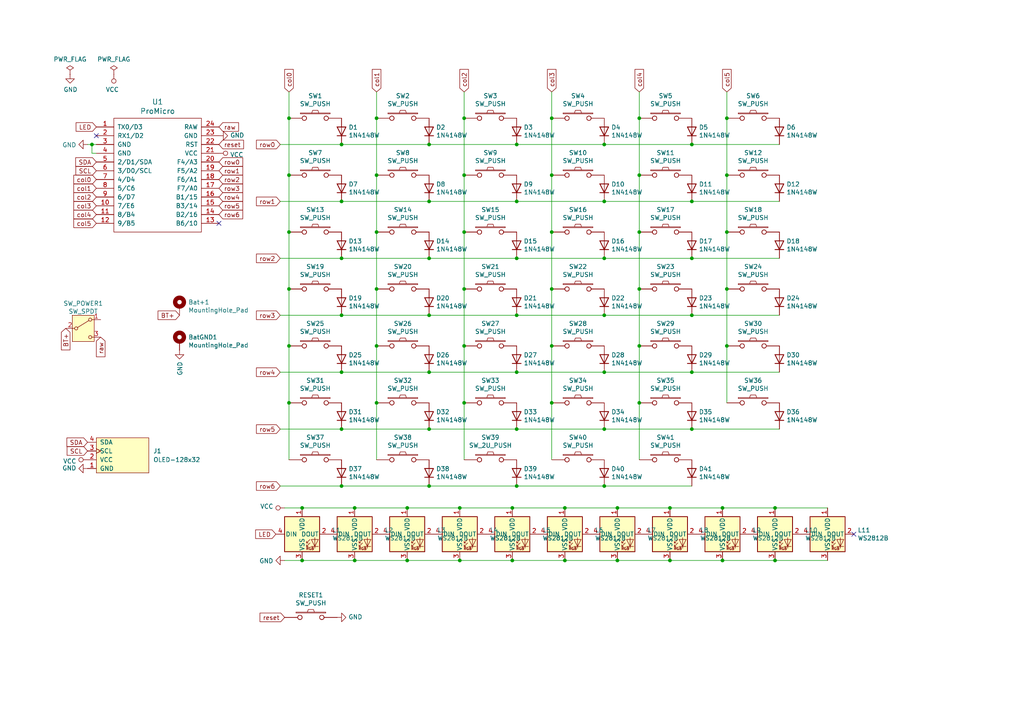
<source format=kicad_sch>
(kicad_sch (version 20231120) (generator "eeschema") (generator_version "8.0")
  (paper "A4")
  (title_block (title "REVIUNG41") (date "2019-12-18") (rev "1.3"))
  (lib_symbols
    (symbol "Diode:1N4148W" (pin_numbers hide) (pin_names hide)
      (property "Reference" "D" (at 0 2.54 0))
      (property "Value" "1N4148W" (at 0 -2.54 0))
      (symbol "1N4148W_1_1"
        (pin passive line (at -3.81 0 0) (length 2.54) (name "K") (number "1"))
        (pin passive line (at 3.81 0 180) (length 2.54) (name "A") (number "2"))
      )
    )
    (symbol "LED:WS2812B" (pin_names (offset 0.254))
      (property "Reference" "D" (at 5.08 5.715 0))
      (property "Value" "WS2812B" (at 1.27 -5.715 0))
      (symbol "WS2812B_0_0"
        (text "RGB" (at 2.286 -4.191 0) (effects (font (size 0.762 0.762))))
      )
      (symbol "WS2812B_1_1"
        (pin power_in line (at 0 7.62 270) (length 2.54) (name "VDD") (number "1"))
        (pin output line (at 7.62 0 180) (length 2.54) (name "DOUT") (number "2"))
        (pin power_in line (at 0 -7.62 90) (length 2.54) (name "VSS") (number "3"))
        (pin input line (at -7.62 0 0) (length 2.54) (name "DIN") (number "4"))
      )
    )
    (symbol "Mechanical:MountingHole_Pad" (pin_numbers hide) (pin_names (offset 1.016) hide) (exclude_from_sim yes) (in_bom no)
      (property "Reference" "H" (at 0 6.35 0))
      (property "Value" "MountingHole_Pad" (at 0 4.445 0))
      (symbol "MountingHole_Pad_1_1"
        (pin input line (at 0 -2.54 90) (length 2.54) (name "1") (number "1"))
      )
    )
    (symbol "Switch:SW_SPDT" (pin_names (offset 0) hide)
      (property "Reference" "SW" (at 0 5.08 0))
      (property "Value" "SW_SPDT" (at 0 -5.08 0))
      (symbol "SW_SPDT_1_1"
        (pin passive line (at 5.08 2.54 180) (length 2.54) (name "A") (number "1"))
        (pin passive line (at -5.08 0 0) (length 2.54) (name "B") (number "2"))
        (pin passive line (at 5.08 -2.54 180) (length 2.54) (name "C") (number "3"))
      )
    )
    (symbol "display:OLED-128x32" (pin_names (offset 1.016))
      (property "Reference" "J" (at 0 -6.35 0))
      (property "Value" "OLED-128x32" (at 0 6.35 0))
      (symbol "OLED-128x32_1_1"
        (pin power_in line (at -2.54 -3.81 0) (length 2.54) (name "GND") (number "1"))
        (pin power_in line (at -2.54 -1.27 0) (length 2.54) (name "VCC") (number "2"))
        (pin input clock (at -2.54 1.27 0) (length 2.54) (name "SCL") (number "3"))
        (pin bidirectional line (at -2.54 3.81 0) (length 2.54) (name "SDA") (number "4"))
      )
    )
    (symbol "reviung41-rescue:GND-power" (power) (pin_names (offset 0))
      (property "Value" "power_GND" (at 0 -3.81 0))
      (symbol "GND-power_1_1"
        (pin power_in line (at 0 0 270) (length 0) hide (name "GND") (number "1"))
      )
    )
    (symbol "reviung41-rescue:PWR_FLAG-power" (power) (pin_numbers hide) (pin_names (offset 0) hide)
      (property "Value" "power_PWR_FLAG" (at 0 3.81 0))
      (symbol "PWR_FLAG-power_0_0"
        (pin power_out line (at 0 0 90) (length 0) (name "pwr") (number "1"))
      )
    )
    (symbol "reviung41-rescue:ProMicro-_reviung-kbd" (pin_names (offset 1.016))
      (property "Reference" "U" (at 0 24.13 0))
      (property "Value" "_reviung-kbd_ProMicro" (at 0 -13.97 0))
      (symbol "ProMicro-_reviung-kbd_1_1"
        (pin bidirectional line (at -17.78 19.05 0) (length 5.08) (name "TX0/D3") (number "1"))
        (pin bidirectional line (at -17.78 -3.81 0) (length 5.08) (name "7/E6") (number "10"))
        (pin bidirectional line (at -17.78 -6.35 0) (length 5.08) (name "8/B4") (number "11"))
        (pin bidirectional line (at -17.78 -8.89 0) (length 5.08) (name "9/B5") (number "12"))
        (pin bidirectional line (at 17.78 -8.89 180) (length 5.08) (name "B6/10") (number "13"))
        (pin bidirectional line (at 17.78 -6.35 180) (length 5.08) (name "B2/16") (number "14"))
        (pin bidirectional line (at 17.78 -3.81 180) (length 5.08) (name "B3/14") (number "15"))
        (pin bidirectional line (at 17.78 -1.27 180) (length 5.08) (name "B1/15") (number "16"))
        (pin bidirectional line (at 17.78 1.27 180) (length 5.08) (name "F7/A0") (number "17"))
        (pin bidirectional line (at 17.78 3.81 180) (length 5.08) (name "F6/A1") (number "18"))
        (pin bidirectional line (at 17.78 6.35 180) (length 5.08) (name "F5/A2") (number "19"))
        (pin bidirectional line (at -17.78 16.51 0) (length 5.08) (name "RX1/D2") (number "2"))
        (pin bidirectional line (at 17.78 8.89 180) (length 5.08) (name "F4/A3") (number "20"))
        (pin power_in line (at 17.78 11.43 180) (length 5.08) (name "VCC") (number "21"))
        (pin input line (at 17.78 13.97 180) (length 5.08) (name "RST") (number "22"))
        (pin power_in line (at 17.78 16.51 180) (length 5.08) (name "GND") (number "23"))
        (pin power_out line (at 17.78 19.05 180) (length 5.08) (name "RAW") (number "24"))
        (pin power_in line (at -17.78 13.97 0) (length 5.08) (name "GND") (number "3"))
        (pin power_in line (at -17.78 11.43 0) (length 5.08) (name "GND") (number "4"))
        (pin bidirectional line (at -17.78 8.89 0) (length 5.08) (name "2/D1/SDA") (number "5"))
        (pin bidirectional line (at -17.78 6.35 0) (length 5.08) (name "3/D0/SCL") (number "6"))
        (pin bidirectional line (at -17.78 3.81 0) (length 5.08) (name "4/D4") (number "7"))
        (pin bidirectional line (at -17.78 1.27 0) (length 5.08) (name "5/C6") (number "8"))
        (pin bidirectional line (at -17.78 -1.27 0) (length 5.08) (name "6/D7") (number "9"))
      )
    )
    (symbol "reviung41-rescue:SW_PUSH-_reviung-kbd" (pin_numbers hide) (pin_names (offset 1.016) hide)
      (property "Reference" "SW" (at 3.81 2.794 0))
      (property "Value" "_reviung-kbd_SW_PUSH" (at 0 -2.032 0))
      (symbol "SW_PUSH-_reviung-kbd_0_1"
        (pin passive inverted (at -7.62 0 0) (length 5.08) (name "1") (number "1"))
        (pin passive inverted (at 7.62 0 180) (length 5.08) (name "2") (number "2"))
      )
    )
    (symbol "reviung41-rescue:VCC-power" (power) (pin_names (offset 0))
      (property "Value" "power_VCC" (at 0 3.81 0))
      (symbol "VCC-power_1_1"
        (pin power_in line (at 0 0 90) (length 0) hide (name "VCC") (number "1"))
      )
    )
  )
  (junction (at 83.82 100.33))
  (junction (at 109.22 116.84))
  (junction (at 83.82 116.84))
  (junction (at 179.07 162.56))
  (junction (at 148.59 147.32))
  (junction (at 160.02 100.33))
  (junction (at 160.02 34.29))
  (junction (at 149.86 58.42))
  (junction (at 175.26 41.91))
  (junction (at 175.26 124.46))
  (junction (at 134.62 100.33))
  (junction (at 210.82 50.8))
  (junction (at 224.79 147.32))
  (junction (at 209.55 162.56))
  (junction (at 109.22 34.29))
  (junction (at 134.62 83.82))
  (junction (at 124.46 91.44))
  (junction (at 124.46 140.97))
  (junction (at 124.46 41.91))
  (junction (at 124.46 58.42))
  (junction (at 134.62 67.31))
  (junction (at 160.02 67.31))
  (junction (at 200.66 91.44))
  (junction (at 194.31 162.56))
  (junction (at 149.86 91.44))
  (junction (at 175.26 91.44))
  (junction (at 99.06 41.91))
  (junction (at 99.06 140.97))
  (junction (at 99.06 74.93))
  (junction (at 185.42 100.33))
  (junction (at 149.86 41.91))
  (junction (at 99.06 124.46))
  (junction (at 175.26 107.95))
  (junction (at 210.82 34.29))
  (junction (at 133.35 162.56))
  (junction (at 179.07 147.32))
  (junction (at 133.35 147.32))
  (junction (at 224.79 162.56))
  (junction (at 160.02 50.8))
  (junction (at 99.06 58.42))
  (junction (at 210.82 100.33))
  (junction (at 185.42 67.31))
  (junction (at 185.42 83.82))
  (junction (at 102.87 162.56))
  (junction (at 134.62 116.84))
  (junction (at 26.67 41.91))
  (junction (at 134.62 50.8))
  (junction (at 149.86 74.93))
  (junction (at 210.82 67.31))
  (junction (at 200.66 107.95))
  (junction (at 118.11 162.56))
  (junction (at 87.63 162.56))
  (junction (at 175.26 74.93))
  (junction (at 163.83 147.32))
  (junction (at 185.42 116.84))
  (junction (at 134.62 34.29))
  (junction (at 124.46 124.46))
  (junction (at 109.22 67.31))
  (junction (at 109.22 83.82))
  (junction (at 148.59 162.56))
  (junction (at 83.82 34.29))
  (junction (at 124.46 74.93))
  (junction (at 209.55 147.32))
  (junction (at 83.82 50.8))
  (junction (at 163.83 162.56))
  (junction (at 160.02 83.82))
  (junction (at 149.86 107.95))
  (junction (at 200.66 58.42))
  (junction (at 99.06 91.44))
  (junction (at 99.06 107.95))
  (junction (at 83.82 67.31))
  (junction (at 87.63 147.32))
  (junction (at 185.42 34.29))
  (junction (at 149.86 124.46))
  (junction (at 124.46 107.95))
  (junction (at 160.02 116.84))
  (junction (at 210.82 83.82))
  (junction (at 200.66 124.46))
  (junction (at 175.26 58.42))
  (junction (at 149.86 140.97))
  (junction (at 175.26 140.97))
  (junction (at 194.31 147.32))
  (junction (at 185.42 50.8))
  (junction (at 200.66 41.91))
  (junction (at 109.22 100.33))
  (junction (at 200.66 74.93))
  (junction (at 102.87 147.32))
  (junction (at 118.11 147.32))
  (junction (at 83.82 83.82))
  (junction (at 109.22 50.8))
  (no_connect (at 27.94 39.37))
  (no_connect (at 247.65 154.94))
  (no_connect (at 63.5 64.77))
  (wire (pts (xy 81.28 140.97) (xy 99.06 140.97)))
  (wire (pts (xy 224.79 162.56) (xy 240.03 162.56)))
  (wire (pts (xy 179.07 147.32) (xy 194.31 147.32)))
  (wire (pts (xy 149.86 74.93) (xy 175.26 74.93)))
  (wire (pts (xy 194.31 162.56) (xy 209.55 162.56)))
  (wire (pts (xy 200.66 41.91) (xy 226.06 41.91)))
  (wire (pts (xy 82.55 147.32) (xy 87.63 147.32)))
  (wire (pts (xy 134.62 50.8) (xy 134.62 67.31)))
  (wire (pts (xy 83.82 116.84) (xy 83.82 133.35)))
  (wire (pts (xy 27.94 41.91) (xy 26.67 41.91)))
  (wire (pts (xy 160.02 26.67) (xy 160.02 34.29)))
  (wire (pts (xy 210.82 50.8) (xy 210.82 67.31)))
  (wire (pts (xy 26.67 44.45) (xy 26.67 41.91)))
  (wire (pts (xy 81.28 41.91) (xy 99.06 41.91)))
  (wire (pts (xy 134.62 67.31) (xy 134.62 83.82)))
  (wire (pts (xy 179.07 162.56) (xy 194.31 162.56)))
  (wire (pts (xy 163.83 147.32) (xy 179.07 147.32)))
  (wire (pts (xy 134.62 100.33) (xy 134.62 116.84)))
  (wire (pts (xy 149.86 124.46) (xy 175.26 124.46)))
  (wire (pts (xy 210.82 26.67) (xy 210.82 34.29)))
  (wire (pts (xy 81.28 91.44) (xy 99.06 91.44)))
  (wire (pts (xy 99.06 124.46) (xy 124.46 124.46)))
  (wire (pts (xy 82.55 162.56) (xy 87.63 162.56)))
  (wire (pts (xy 200.66 74.93) (xy 226.06 74.93)))
  (wire (pts (xy 160.02 50.8) (xy 160.02 67.31)))
  (wire (pts (xy 102.87 147.32) (xy 118.11 147.32)))
  (wire (pts (xy 99.06 107.95) (xy 124.46 107.95)))
  (wire (pts (xy 109.22 50.8) (xy 109.22 67.31)))
  (wire (pts (xy 109.22 34.29) (xy 109.22 50.8)))
  (wire (pts (xy 209.55 147.32) (xy 224.79 147.32)))
  (wire (pts (xy 99.06 58.42) (xy 124.46 58.42)))
  (wire (pts (xy 160.02 116.84) (xy 160.02 133.35)))
  (wire (pts (xy 81.28 58.42) (xy 99.06 58.42)))
  (wire (pts (xy 83.82 67.31) (xy 83.82 83.82)))
  (wire (pts (xy 175.26 124.46) (xy 200.66 124.46)))
  (wire (pts (xy 118.11 162.56) (xy 133.35 162.56)))
  (wire (pts (xy 134.62 83.82) (xy 134.62 100.33)))
  (wire (pts (xy 109.22 83.82) (xy 109.22 100.33)))
  (wire (pts (xy 175.26 140.97) (xy 200.66 140.97)))
  (wire (pts (xy 99.06 74.93) (xy 124.46 74.93)))
  (wire (pts (xy 160.02 67.31) (xy 160.02 83.82)))
  (wire (pts (xy 124.46 58.42) (xy 149.86 58.42)))
  (wire (pts (xy 124.46 74.93) (xy 149.86 74.93)))
  (wire (pts (xy 175.26 74.93) (xy 200.66 74.93)))
  (wire (pts (xy 134.62 116.84) (xy 134.62 133.35)))
  (wire (pts (xy 109.22 100.33) (xy 109.22 116.84)))
  (wire (pts (xy 185.42 26.67) (xy 185.42 34.29)))
  (wire (pts (xy 83.82 26.67) (xy 83.82 34.29)))
  (wire (pts (xy 175.26 41.91) (xy 200.66 41.91)))
  (wire (pts (xy 83.82 100.33) (xy 83.82 116.84)))
  (wire (pts (xy 109.22 116.84) (xy 109.22 133.35)))
  (wire (pts (xy 99.06 41.91) (xy 124.46 41.91)))
  (wire (pts (xy 210.82 67.31) (xy 210.82 83.82)))
  (wire (pts (xy 81.28 74.93) (xy 99.06 74.93)))
  (wire (pts (xy 224.79 147.32) (xy 240.03 147.32)))
  (wire (pts (xy 185.42 34.29) (xy 185.42 50.8)))
  (wire (pts (xy 124.46 91.44) (xy 149.86 91.44)))
  (wire (pts (xy 134.62 34.29) (xy 134.62 50.8)))
  (wire (pts (xy 200.66 107.95) (xy 226.06 107.95)))
  (wire (pts (xy 148.59 162.56) (xy 163.83 162.56)))
  (wire (pts (xy 200.66 124.46) (xy 226.06 124.46)))
  (wire (pts (xy 160.02 34.29) (xy 160.02 50.8)))
  (wire (pts (xy 175.26 58.42) (xy 200.66 58.42)))
  (wire (pts (xy 209.55 162.56) (xy 224.79 162.56)))
  (wire (pts (xy 109.22 26.67) (xy 109.22 34.29)))
  (wire (pts (xy 194.31 147.32) (xy 209.55 147.32)))
  (wire (pts (xy 210.82 34.29) (xy 210.82 50.8)))
  (wire (pts (xy 27.94 44.45) (xy 26.67 44.45)))
  (wire (pts (xy 83.82 83.82) (xy 83.82 100.33)))
  (wire (pts (xy 149.86 140.97) (xy 175.26 140.97)))
  (wire (pts (xy 200.66 91.44) (xy 226.06 91.44)))
  (wire (pts (xy 160.02 83.82) (xy 160.02 100.33)))
  (wire (pts (xy 175.26 107.95) (xy 200.66 107.95)))
  (wire (pts (xy 133.35 162.56) (xy 148.59 162.56)))
  (wire (pts (xy 26.67 41.91) (xy 25.4 41.91)))
  (wire (pts (xy 185.42 100.33) (xy 185.42 116.84)))
  (wire (pts (xy 83.82 34.29) (xy 83.82 50.8)))
  (wire (pts (xy 102.87 162.56) (xy 87.63 162.56)))
  (wire (pts (xy 109.22 67.31) (xy 109.22 83.82)))
  (wire (pts (xy 124.46 124.46) (xy 149.86 124.46)))
  (wire (pts (xy 99.06 91.44) (xy 124.46 91.44)))
  (wire (pts (xy 134.62 26.67) (xy 134.62 34.29)))
  (wire (pts (xy 163.83 162.56) (xy 179.07 162.56)))
  (wire (pts (xy 185.42 50.8) (xy 185.42 67.31)))
  (wire (pts (xy 81.28 107.95) (xy 99.06 107.95)))
  (wire (pts (xy 185.42 83.82) (xy 185.42 100.33)))
  (wire (pts (xy 149.86 58.42) (xy 175.26 58.42)))
  (wire (pts (xy 149.86 41.91) (xy 175.26 41.91)))
  (wire (pts (xy 133.35 147.32) (xy 148.59 147.32)))
  (wire (pts (xy 149.86 91.44) (xy 175.26 91.44)))
  (wire (pts (xy 185.42 67.31) (xy 185.42 83.82)))
  (wire (pts (xy 81.28 124.46) (xy 99.06 124.46)))
  (wire (pts (xy 102.87 162.56) (xy 118.11 162.56)))
  (wire (pts (xy 175.26 91.44) (xy 200.66 91.44)))
  (wire (pts (xy 118.11 147.32) (xy 133.35 147.32)))
  (wire (pts (xy 124.46 41.91) (xy 149.86 41.91)))
  (wire (pts (xy 124.46 107.95) (xy 149.86 107.95)))
  (wire (pts (xy 200.66 58.42) (xy 226.06 58.42)))
  (wire (pts (xy 160.02 100.33) (xy 160.02 116.84)))
  (wire (pts (xy 148.59 147.32) (xy 163.83 147.32)))
  (wire (pts (xy 99.06 140.97) (xy 124.46 140.97)))
  (wire (pts (xy 124.46 140.97) (xy 149.86 140.97)))
  (wire (pts (xy 87.63 147.32) (xy 102.87 147.32)))
  (wire (pts (xy 149.86 107.95) (xy 175.26 107.95)))
  (wire (pts (xy 83.82 50.8) (xy 83.82 67.31)))
  (wire (pts (xy 210.82 83.82) (xy 210.82 100.33)))
  (wire (pts (xy 210.82 116.84) (xy 210.82 100.33)))
  (wire (pts (xy 185.42 116.84) (xy 185.42 133.35)))
  (global_label "row3" (shape input) (at 81.28 91.44 180) (property "Intersheetrefs" "${INTERSHEET_REFS}" (effects (hide yes))))
  (global_label "row4" (shape input) (at 63.5 57.15 0) (property "Intersheetrefs" "${INTERSHEET_REFS}" (effects (hide yes))))
  (global_label "row3" (shape input) (at 63.5 54.61 0) (property "Intersheetrefs" "${INTERSHEET_REFS}" (effects (hide yes))))
  (global_label "row6" (shape input) (at 63.5 62.23 0) (property "Intersheetrefs" "${INTERSHEET_REFS}" (effects (hide yes))))
  (global_label "SDA" (shape input) (at 25.4 128.27 180) (property "Intersheetrefs" "${INTERSHEET_REFS}" (effects (hide yes))))
  (global_label "BT+" (shape input) (at 19.05 95.25 270) (property "Intersheetrefs" "${INTERSHEET_REFS}" (effects (hide yes))))
  (global_label "col5" (shape input) (at 27.94 64.77 180) (property "Intersheetrefs" "${INTERSHEET_REFS}" (effects (hide yes))))
  (global_label "row4" (shape input) (at 81.28 107.95 180) (property "Intersheetrefs" "${INTERSHEET_REFS}" (effects (hide yes))))
  (global_label "col0" (shape input) (at 27.94 52.07 180) (property "Intersheetrefs" "${INTERSHEET_REFS}" (effects (hide yes))))
  (global_label "LED" (shape input) (at 27.94 36.83 180) (property "Intersheetrefs" "${INTERSHEET_REFS}" (effects (hide yes))))
  (global_label "row0" (shape input) (at 63.5 46.99 0) (property "Intersheetrefs" "${INTERSHEET_REFS}" (effects (hide yes))))
  (global_label "col4" (shape input) (at 27.94 62.23 180) (property "Intersheetrefs" "${INTERSHEET_REFS}" (effects (hide yes))))
  (global_label "col1" (shape input) (at 27.94 54.61 180) (property "Intersheetrefs" "${INTERSHEET_REFS}" (effects (hide yes))))
  (global_label "col3" (shape input) (at 27.94 59.69 180) (property "Intersheetrefs" "${INTERSHEET_REFS}" (effects (hide yes))))
  (global_label "SCL" (shape input) (at 25.4 130.81 180) (property "Intersheetrefs" "${INTERSHEET_REFS}" (effects (hide yes))))
  (global_label "LED" (shape input) (at 80.01 154.94 180) (property "Intersheetrefs" "${INTERSHEET_REFS}" (effects (hide yes))))
  (global_label "raw" (shape input) (at 29.21 97.79 270) (property "Intersheetrefs" "${INTERSHEET_REFS}" (effects (hide yes))))
  (global_label "row1" (shape input) (at 81.28 58.42 180) (property "Intersheetrefs" "${INTERSHEET_REFS}" (effects (hide yes))))
  (global_label "row5" (shape input) (at 63.5 59.69 0) (property "Intersheetrefs" "${INTERSHEET_REFS}" (effects (hide yes))))
  (global_label "col5" (shape input) (at 210.82 26.67 90) (property "Intersheetrefs" "${INTERSHEET_REFS}" (effects (hide yes))))
  (global_label "col1" (shape input) (at 109.22 26.67 90) (property "Intersheetrefs" "${INTERSHEET_REFS}" (effects (hide yes))))
  (global_label "reset" (shape input) (at 63.5 41.91 0) (property "Intersheetrefs" "${INTERSHEET_REFS}" (effects (hide yes))))
  (global_label "reset" (shape input) (at 82.55 179.07 180) (property "Intersheetrefs" "${INTERSHEET_REFS}" (effects (hide yes))))
  (global_label "BT+" (shape input) (at 52.07 91.44 180) (property "Intersheetrefs" "${INTERSHEET_REFS}" (effects (hide yes))))
  (global_label "row6" (shape input) (at 81.28 140.97 180) (property "Intersheetrefs" "${INTERSHEET_REFS}" (effects (hide yes))))
  (global_label "col4" (shape input) (at 185.42 26.67 90) (property "Intersheetrefs" "${INTERSHEET_REFS}" (effects (hide yes))))
  (global_label "raw" (shape input) (at 63.5 36.83 0) (property "Intersheetrefs" "${INTERSHEET_REFS}" (effects (hide yes))))
  (global_label "row1" (shape input) (at 63.5 49.53 0) (property "Intersheetrefs" "${INTERSHEET_REFS}" (effects (hide yes))))
  (global_label "row2" (shape input) (at 63.5 52.07 0) (property "Intersheetrefs" "${INTERSHEET_REFS}" (effects (hide yes))))
  (global_label "col2" (shape input) (at 134.62 26.67 90) (property "Intersheetrefs" "${INTERSHEET_REFS}" (effects (hide yes))))
  (global_label "row5" (shape input) (at 81.28 124.46 180) (property "Intersheetrefs" "${INTERSHEET_REFS}" (effects (hide yes))))
  (global_label "SDA" (shape input) (at 27.94 46.99 180) (property "Intersheetrefs" "${INTERSHEET_REFS}" (effects (hide yes))))
  (global_label "col0" (shape input) (at 83.82 26.67 90) (property "Intersheetrefs" "${INTERSHEET_REFS}" (effects (hide yes))))
  (global_label "SCL" (shape input) (at 27.94 49.53 180) (property "Intersheetrefs" "${INTERSHEET_REFS}" (effects (hide yes))))
  (global_label "row0" (shape input) (at 81.28 41.91 180) (property "Intersheetrefs" "${INTERSHEET_REFS}" (effects (hide yes))))
  (global_label "col2" (shape input) (at 27.94 57.15 180) (property "Intersheetrefs" "${INTERSHEET_REFS}" (effects (hide yes))))
  (global_label "row2" (shape input) (at 81.28 74.93 180) (property "Intersheetrefs" "${INTERSHEET_REFS}" (effects (hide yes))))
  (global_label "col3" (shape input) (at 160.02 26.67 90) (property "Intersheetrefs" "${INTERSHEET_REFS}" (effects (hide yes))))
  (symbol (lib_id "reviung41-rescue:PWR_FLAG-power") (at 20.32 21.59 0) (unit 1)
    (property "Reference" "#FLG01" (effects (hide yes)))
    (property "Value" "PWR_FLAG" (at 20.32 17.1958 0))
  )
  (symbol (lib_id "reviung41-rescue:GND-power") (at 20.32 21.59 0) (unit 1)
    (property "Reference" "#PWR01" (effects (hide yes)))
    (property "Value" "GND" (at 20.447 25.9842 0))
  )
  (symbol (lib_id "reviung41-rescue:PWR_FLAG-power") (at 33.02 21.59 0) (unit 1)
    (property "Reference" "#FLG02" (effects (hide yes)))
    (property "Value" "PWR_FLAG" (at 33.02 17.1958 0))
  )
  (symbol (lib_id "reviung41-rescue:VCC-power") (at 33.02 21.59 180) (unit 1)
    (property "Reference" "#PWR02" (effects (hide yes)))
    (property "Value" "VCC" (at 32.5628 25.9842 0))
  )
  (symbol (lib_id "reviung41-rescue:ProMicro-_reviung-kbd") (at 45.72 55.88 0) (unit 1)
    (property "Reference" "U1" (at 45.72 29.5402 0) (effects (font (size 1.524 1.524))))
    (property "Value" "ProMicro" (at 45.72 32.2326 0) (effects (font (size 1.524 1.524))))
    (property "Footprint" "_reviung-kbd:ProMicro" (effects (hide yes)))
  )
  (symbol (lib_id "reviung41-rescue:GND-power") (at 63.5 39.37 90) (unit 1)
    (property "Reference" "#PWR03" (effects (hide yes)))
    (property "Value" "GND" (at 66.7512 39.243 90) (effects (justify right)))
  )
  (symbol (lib_id "reviung41-rescue:VCC-power") (at 63.5 44.45 270) (unit 1)
    (property "Reference" "#PWR05" (effects (hide yes)))
    (property "Value" "VCC" (at 66.7512 44.8818 90) (effects (justify left)))
  )
  (symbol (lib_id "reviung41-rescue:GND-power") (at 25.4 41.91 270) (unit 1)
    (property "Reference" "#PWR04" (effects (hide yes)))
    (property "Value" "GND" (at 22.1488 42.037 90) (effects (justify right)))
  )
  (symbol (lib_id "reviung41-rescue:SW_PUSH-_reviung-kbd") (at 91.44 34.29 0) (unit 1)
    (property "Reference" "SW1" (at 91.44 27.813 0))
    (property "Value" "SW_PUSH" (at 91.44 30.1244 0))
    (property "Footprint" "_reviung-kbd:MXOnly-1U-Hotswap" (effects (hide yes)))
  )
  (symbol (lib_id "Diode:1N4148W") (at 99.06 38.1 90) (unit 1)
    (property "Reference" "D1" (at 101.092 36.9316 90) (effects (justify right)))
    (property "Value" "1N4148W" (at 101.092 39.243 90) (effects (justify right)))
    (property "Footprint" "_reviung-kbd:D3_SMD_1side" (effects (hide yes)))
    (property "Datasheet" "https://www.vishay.com/docs/85748/1n4148w.pdf" (effects (hide yes)))
  )
  (symbol (lib_id "reviung41-rescue:SW_PUSH-_reviung-kbd") (at 116.84 34.29 0) (unit 1)
    (property "Reference" "SW2" (at 116.84 27.813 0))
    (property "Value" "SW_PUSH" (at 116.84 30.1244 0))
    (property "Footprint" "_reviung-kbd:MXOnly-1U-Hotswap" (effects (hide yes)))
  )
  (symbol (lib_id "Diode:1N4148W") (at 124.46 38.1 90) (unit 1)
    (property "Reference" "D2" (at 126.492 36.9316 90) (effects (justify right)))
    (property "Value" "1N4148W" (at 126.492 39.243 90) (effects (justify right)))
    (property "Footprint" "_reviung-kbd:D3_SMD_1side" (effects (hide yes)))
    (property "Datasheet" "https://www.vishay.com/docs/85748/1n4148w.pdf" (effects (hide yes)))
  )
  (symbol (lib_id "reviung41-rescue:SW_PUSH-_reviung-kbd") (at 142.24 34.29 0) (unit 1)
    (property "Reference" "SW3" (at 142.24 27.813 0))
    (property "Value" "SW_PUSH" (at 142.24 30.1244 0))
    (property "Footprint" "_reviung-kbd:MXOnly-1U-Hotswap" (effects (hide yes)))
  )
  (symbol (lib_id "Diode:1N4148W") (at 149.86 38.1 90) (unit 1)
    (property "Reference" "D3" (at 151.892 36.9316 90) (effects (justify right)))
    (property "Value" "1N4148W" (at 151.892 39.243 90) (effects (justify right)))
    (property "Footprint" "_reviung-kbd:D3_SMD_1side" (effects (hide yes)))
    (property "Datasheet" "https://www.vishay.com/docs/85748/1n4148w.pdf" (effects (hide yes)))
  )
  (symbol (lib_id "reviung41-rescue:SW_PUSH-_reviung-kbd") (at 167.64 34.29 0) (unit 1)
    (property "Reference" "SW4" (at 167.64 27.813 0))
    (property "Value" "SW_PUSH" (at 167.64 30.1244 0))
    (property "Footprint" "_reviung-kbd:MXOnly-1U-Hotswap" (effects (hide yes)))
  )
  (symbol (lib_id "Diode:1N4148W") (at 175.26 38.1 90) (unit 1)
    (property "Reference" "D4" (at 177.292 36.9316 90) (effects (justify right)))
    (property "Value" "1N4148W" (at 177.292 39.243 90) (effects (justify right)))
    (property "Footprint" "_reviung-kbd:D3_SMD_1side" (effects (hide yes)))
    (property "Datasheet" "https://www.vishay.com/docs/85748/1n4148w.pdf" (effects (hide yes)))
  )
  (symbol (lib_id "reviung41-rescue:SW_PUSH-_reviung-kbd") (at 193.04 34.29 0) (unit 1)
    (property "Reference" "SW5" (at 193.04 27.813 0))
    (property "Value" "SW_PUSH" (at 193.04 30.1244 0))
    (property "Footprint" "_reviung-kbd:MXOnly-1U-Hotswap" (effects (hide yes)))
  )
  (symbol (lib_id "Diode:1N4148W") (at 200.66 38.1 90) (unit 1)
    (property "Reference" "D5" (at 202.692 36.9316 90) (effects (justify right)))
    (property "Value" "1N4148W" (at 202.692 39.243 90) (effects (justify right)))
    (property "Footprint" "_reviung-kbd:D3_SMD_1side" (effects (hide yes)))
    (property "Datasheet" "https://www.vishay.com/docs/85748/1n4148w.pdf" (effects (hide yes)))
  )
  (symbol (lib_id "reviung41-rescue:SW_PUSH-_reviung-kbd") (at 218.44 34.29 0) (unit 1)
    (property "Reference" "SW6" (at 218.44 27.813 0))
    (property "Value" "SW_PUSH" (at 218.44 30.1244 0))
    (property "Footprint" "_reviung-kbd:MXOnly-1U-Hotswap" (effects (hide yes)))
  )
  (symbol (lib_id "Diode:1N4148W") (at 226.06 38.1 90) (unit 1)
    (property "Reference" "D6" (at 228.092 36.9316 90) (effects (justify right)))
    (property "Value" "1N4148W" (at 228.092 39.243 90) (effects (justify right)))
    (property "Footprint" "_reviung-kbd:D3_SMD_1side" (effects (hide yes)))
    (property "Datasheet" "https://www.vishay.com/docs/85748/1n4148w.pdf" (effects (hide yes)))
  )
  (symbol (lib_id "Diode:1N4148W") (at 175.26 54.61 90) (unit 1)
    (property "Reference" "D10" (at 177.292 53.4416 90) (effects (justify right)))
    (property "Value" "1N4148W" (at 177.292 55.753 90) (effects (justify right)))
    (property "Footprint" "_reviung-kbd:D3_SMD_1side" (effects (hide yes)))
    (property "Datasheet" "https://www.vishay.com/docs/85748/1n4148w.pdf" (effects (hide yes)))
  )
  (symbol (lib_id "reviung41-rescue:SW_PUSH-_reviung-kbd") (at 167.64 50.8 0) (unit 1)
    (property "Reference" "SW10" (at 167.64 44.323 0))
    (property "Value" "SW_PUSH" (at 167.64 46.6344 0))
    (property "Footprint" "_reviung-kbd:MXOnly-1U-Hotswap" (effects (hide yes)))
  )
  (symbol (lib_id "Diode:1N4148W") (at 149.86 54.61 90) (unit 1)
    (property "Reference" "D9" (at 151.892 53.4416 90) (effects (justify right)))
    (property "Value" "1N4148W" (at 151.892 55.753 90) (effects (justify right)))
    (property "Footprint" "_reviung-kbd:D3_SMD_1side" (effects (hide yes)))
    (property "Datasheet" "https://www.vishay.com/docs/85748/1n4148w.pdf" (effects (hide yes)))
  )
  (symbol (lib_id "reviung41-rescue:SW_PUSH-_reviung-kbd") (at 142.24 50.8 0) (unit 1)
    (property "Reference" "SW9" (at 142.24 44.323 0))
    (property "Value" "SW_PUSH" (at 142.24 46.6344 0))
    (property "Footprint" "_reviung-kbd:MXOnly-1U-Hotswap" (effects (hide yes)))
  )
  (symbol (lib_id "Diode:1N4148W") (at 124.46 54.61 90) (unit 1)
    (property "Reference" "D8" (at 126.492 53.4416 90) (effects (justify right)))
    (property "Value" "1N4148W" (at 126.492 55.753 90) (effects (justify right)))
    (property "Footprint" "_reviung-kbd:D3_SMD_1side" (effects (hide yes)))
    (property "Datasheet" "https://www.vishay.com/docs/85748/1n4148w.pdf" (effects (hide yes)))
  )
  (symbol (lib_id "reviung41-rescue:SW_PUSH-_reviung-kbd") (at 116.84 50.8 0) (unit 1)
    (property "Reference" "SW8" (at 116.84 44.323 0))
    (property "Value" "SW_PUSH" (at 116.84 46.6344 0))
    (property "Footprint" "_reviung-kbd:MXOnly-1U-Hotswap" (effects (hide yes)))
  )
  (symbol (lib_id "Diode:1N4148W") (at 99.06 54.61 90) (unit 1)
    (property "Reference" "D7" (at 101.092 53.4416 90) (effects (justify right)))
    (property "Value" "1N4148W" (at 101.092 55.753 90) (effects (justify right)))
    (property "Footprint" "_reviung-kbd:D3_SMD_1side" (effects (hide yes)))
    (property "Datasheet" "https://www.vishay.com/docs/85748/1n4148w.pdf" (effects (hide yes)))
  )
  (symbol (lib_id "reviung41-rescue:SW_PUSH-_reviung-kbd") (at 91.44 50.8 0) (unit 1)
    (property "Reference" "SW7" (at 91.44 44.323 0))
    (property "Value" "SW_PUSH" (at 91.44 46.6344 0))
    (property "Footprint" "_reviung-kbd:MXOnly-1U-Hotswap" (effects (hide yes)))
  )
  (symbol (lib_id "reviung41-rescue:SW_PUSH-_reviung-kbd") (at 193.04 50.8 0) (unit 1)
    (property "Reference" "SW11" (at 193.04 44.323 0))
    (property "Value" "SW_PUSH" (at 193.04 46.6344 0))
    (property "Footprint" "_reviung-kbd:MXOnly-1U-Hotswap" (effects (hide yes)))
  )
  (symbol (lib_id "Diode:1N4148W") (at 200.66 54.61 90) (unit 1)
    (property "Reference" "D11" (at 202.692 53.4416 90) (effects (justify right)))
    (property "Value" "1N4148W" (at 202.692 55.753 90) (effects (justify right)))
    (property "Footprint" "_reviung-kbd:D3_SMD_1side" (effects (hide yes)))
    (property "Datasheet" "https://www.vishay.com/docs/85748/1n4148w.pdf" (effects (hide yes)))
  )
  (symbol (lib_id "reviung41-rescue:SW_PUSH-_reviung-kbd") (at 218.44 50.8 0) (unit 1)
    (property "Reference" "SW12" (at 218.44 44.323 0))
    (property "Value" "SW_PUSH" (at 218.44 46.6344 0))
    (property "Footprint" "_reviung-kbd:MXOnly-1U-Hotswap" (effects (hide yes)))
  )
  (symbol (lib_id "Diode:1N4148W") (at 226.06 54.61 90) (unit 1)
    (property "Reference" "D12" (at 228.092 53.4416 90) (effects (justify right)))
    (property "Value" "1N4148W" (at 228.092 55.753 90) (effects (justify right)))
    (property "Footprint" "_reviung-kbd:D3_SMD_1side" (effects (hide yes)))
    (property "Datasheet" "https://www.vishay.com/docs/85748/1n4148w.pdf" (effects (hide yes)))
  )
  (symbol (lib_id "Diode:1N4148W") (at 175.26 71.12 90) (unit 1)
    (property "Reference" "D16" (at 177.292 69.9516 90) (effects (justify right)))
    (property "Value" "1N4148W" (at 177.292 72.263 90) (effects (justify right)))
    (property "Footprint" "_reviung-kbd:D3_SMD_1side" (effects (hide yes)))
    (property "Datasheet" "https://www.vishay.com/docs/85748/1n4148w.pdf" (effects (hide yes)))
  )
  (symbol (lib_id "reviung41-rescue:SW_PUSH-_reviung-kbd") (at 167.64 67.31 0) (unit 1)
    (property "Reference" "SW16" (at 167.64 60.833 0))
    (property "Value" "SW_PUSH" (at 167.64 63.1444 0))
    (property "Footprint" "_reviung-kbd:MXOnly-1U-Hotswap" (effects (hide yes)))
  )
  (symbol (lib_id "Diode:1N4148W") (at 149.86 71.12 90) (unit 1)
    (property "Reference" "D15" (at 151.892 69.9516 90) (effects (justify right)))
    (property "Value" "1N4148W" (at 151.892 72.263 90) (effects (justify right)))
    (property "Footprint" "_reviung-kbd:D3_SMD_1side" (effects (hide yes)))
    (property "Datasheet" "https://www.vishay.com/docs/85748/1n4148w.pdf" (effects (hide yes)))
  )
  (symbol (lib_id "reviung41-rescue:SW_PUSH-_reviung-kbd") (at 142.24 67.31 0) (unit 1)
    (property "Reference" "SW15" (at 142.24 60.833 0))
    (property "Value" "SW_PUSH" (at 142.24 63.1444 0))
    (property "Footprint" "_reviung-kbd:MXOnly-1U-Hotswap" (effects (hide yes)))
  )
  (symbol (lib_id "Diode:1N4148W") (at 124.46 71.12 90) (unit 1)
    (property "Reference" "D14" (at 126.492 69.9516 90) (effects (justify right)))
    (property "Value" "1N4148W" (at 126.492 72.263 90) (effects (justify right)))
    (property "Footprint" "_reviung-kbd:D3_SMD_1side" (effects (hide yes)))
    (property "Datasheet" "https://www.vishay.com/docs/85748/1n4148w.pdf" (effects (hide yes)))
  )
  (symbol (lib_id "reviung41-rescue:SW_PUSH-_reviung-kbd") (at 116.84 67.31 0) (unit 1)
    (property "Reference" "SW14" (at 116.84 60.833 0))
    (property "Value" "SW_PUSH" (at 116.84 63.1444 0))
    (property "Footprint" "_reviung-kbd:MXOnly-1U-Hotswap" (effects (hide yes)))
  )
  (symbol (lib_id "Diode:1N4148W") (at 99.06 71.12 90) (unit 1)
    (property "Reference" "D13" (at 101.092 69.9516 90) (effects (justify right)))
    (property "Value" "1N4148W" (at 101.092 72.263 90) (effects (justify right)))
    (property "Footprint" "_reviung-kbd:D3_SMD_1side" (effects (hide yes)))
    (property "Datasheet" "https://www.vishay.com/docs/85748/1n4148w.pdf" (effects (hide yes)))
  )
  (symbol (lib_id "reviung41-rescue:SW_PUSH-_reviung-kbd") (at 91.44 67.31 0) (unit 1)
    (property "Reference" "SW13" (at 91.44 60.833 0))
    (property "Value" "SW_PUSH" (at 91.44 63.1444 0))
    (property "Footprint" "_reviung-kbd:MXOnly-1U-Hotswap" (effects (hide yes)))
  )
  (symbol (lib_id "reviung41-rescue:SW_PUSH-_reviung-kbd") (at 193.04 67.31 0) (unit 1)
    (property "Reference" "SW17" (at 193.04 60.833 0))
    (property "Value" "SW_PUSH" (at 193.04 63.1444 0))
    (property "Footprint" "_reviung-kbd:MXOnly-1U-Hotswap" (effects (hide yes)))
  )
  (symbol (lib_id "Diode:1N4148W") (at 200.66 71.12 90) (unit 1)
    (property "Reference" "D17" (at 202.692 69.9516 90) (effects (justify right)))
    (property "Value" "1N4148W" (at 202.692 72.263 90) (effects (justify right)))
    (property "Footprint" "_reviung-kbd:D3_SMD_1side" (effects (hide yes)))
    (property "Datasheet" "https://www.vishay.com/docs/85748/1n4148w.pdf" (effects (hide yes)))
  )
  (symbol (lib_id "reviung41-rescue:SW_PUSH-_reviung-kbd") (at 218.44 67.31 0) (unit 1)
    (property "Reference" "SW18" (at 218.44 60.833 0))
    (property "Value" "SW_PUSH" (at 218.44 63.1444 0))
    (property "Footprint" "_reviung-kbd:MXOnly-1U-Hotswap" (effects (hide yes)))
  )
  (symbol (lib_id "Diode:1N4148W") (at 226.06 71.12 90) (unit 1)
    (property "Reference" "D18" (at 228.092 69.9516 90) (effects (justify right)))
    (property "Value" "1N4148W" (at 228.092 72.263 90) (effects (justify right)))
    (property "Footprint" "_reviung-kbd:D3_SMD_1side" (effects (hide yes)))
    (property "Datasheet" "https://www.vishay.com/docs/85748/1n4148w.pdf" (effects (hide yes)))
  )
  (symbol (lib_id "Diode:1N4148W") (at 175.26 87.63 90) (unit 1)
    (property "Reference" "D22" (at 177.292 86.4616 90) (effects (justify right)))
    (property "Value" "1N4148W" (at 177.292 88.773 90) (effects (justify right)))
    (property "Footprint" "_reviung-kbd:D3_SMD_1side" (effects (hide yes)))
    (property "Datasheet" "https://www.vishay.com/docs/85748/1n4148w.pdf" (effects (hide yes)))
  )
  (symbol (lib_id "reviung41-rescue:SW_PUSH-_reviung-kbd") (at 167.64 83.82 0) (unit 1)
    (property "Reference" "SW22" (at 167.64 77.343 0))
    (property "Value" "SW_PUSH" (at 167.64 79.6544 0))
    (property "Footprint" "_reviung-kbd:MXOnly-1U-Hotswap" (effects (hide yes)))
  )
  (symbol (lib_id "Diode:1N4148W") (at 149.86 87.63 90) (unit 1)
    (property "Reference" "D21" (at 151.892 86.4616 90) (effects (justify right)))
    (property "Value" "1N4148W" (at 151.892 88.773 90) (effects (justify right)))
    (property "Footprint" "_reviung-kbd:D3_SMD_1side" (effects (hide yes)))
    (property "Datasheet" "https://www.vishay.com/docs/85748/1n4148w.pdf" (effects (hide yes)))
  )
  (symbol (lib_id "reviung41-rescue:SW_PUSH-_reviung-kbd") (at 142.24 83.82 0) (unit 1)
    (property "Reference" "SW21" (at 142.24 77.343 0))
    (property "Value" "SW_PUSH" (at 142.24 79.6544 0))
    (property "Footprint" "_reviung-kbd:MXOnly-1U-Hotswap" (effects (hide yes)))
  )
  (symbol (lib_id "Diode:1N4148W") (at 124.46 87.63 90) (unit 1)
    (property "Reference" "D20" (at 126.492 86.4616 90) (effects (justify right)))
    (property "Value" "1N4148W" (at 126.492 88.773 90) (effects (justify right)))
    (property "Footprint" "_reviung-kbd:D3_SMD_1side" (effects (hide yes)))
    (property "Datasheet" "https://www.vishay.com/docs/85748/1n4148w.pdf" (effects (hide yes)))
  )
  (symbol (lib_id "reviung41-rescue:SW_PUSH-_reviung-kbd") (at 116.84 83.82 0) (unit 1)
    (property "Reference" "SW20" (at 116.84 77.343 0))
    (property "Value" "SW_PUSH" (at 116.84 79.6544 0))
    (property "Footprint" "_reviung-kbd:MXOnly-1U-Hotswap" (effects (hide yes)))
  )
  (symbol (lib_id "Diode:1N4148W") (at 99.06 87.63 90) (unit 1)
    (property "Reference" "D19" (at 101.092 86.4616 90) (effects (justify right)))
    (property "Value" "1N4148W" (at 101.092 88.773 90) (effects (justify right)))
    (property "Footprint" "_reviung-kbd:D3_SMD_1side" (effects (hide yes)))
    (property "Datasheet" "https://www.vishay.com/docs/85748/1n4148w.pdf" (effects (hide yes)))
  )
  (symbol (lib_id "reviung41-rescue:SW_PUSH-_reviung-kbd") (at 91.44 83.82 0) (unit 1)
    (property "Reference" "SW19" (at 91.44 77.343 0))
    (property "Value" "SW_PUSH" (at 91.44 79.6544 0))
    (property "Footprint" "_reviung-kbd:MXOnly-1U-Hotswap" (effects (hide yes)))
  )
  (symbol (lib_id "reviung41-rescue:SW_PUSH-_reviung-kbd") (at 193.04 83.82 0) (unit 1)
    (property "Reference" "SW23" (at 193.04 77.343 0))
    (property "Value" "SW_PUSH" (at 193.04 79.6544 0))
    (property "Footprint" "_reviung-kbd:MXOnly-1U-Hotswap" (effects (hide yes)))
  )
  (symbol (lib_id "Diode:1N4148W") (at 200.66 87.63 90) (unit 1)
    (property "Reference" "D23" (at 202.692 86.4616 90) (effects (justify right)))
    (property "Value" "1N4148W" (at 202.692 88.773 90) (effects (justify right)))
    (property "Footprint" "_reviung-kbd:D3_SMD_1side" (effects (hide yes)))
    (property "Datasheet" "https://www.vishay.com/docs/85748/1n4148w.pdf" (effects (hide yes)))
  )
  (symbol (lib_id "reviung41-rescue:SW_PUSH-_reviung-kbd") (at 218.44 83.82 0) (unit 1)
    (property "Reference" "SW24" (at 218.44 77.343 0))
    (property "Value" "SW_PUSH" (at 218.44 79.6544 0))
    (property "Footprint" "_reviung-kbd:MXOnly-1U-Hotswap" (effects (hide yes)))
  )
  (symbol (lib_id "Diode:1N4148W") (at 226.06 87.63 90) (unit 1)
    (property "Reference" "D24" (at 228.092 86.4616 90) (effects (justify right)))
    (property "Value" "1N4148W" (at 228.092 88.773 90) (effects (justify right)))
    (property "Footprint" "_reviung-kbd:D3_SMD_1side" (effects (hide yes)))
    (property "Datasheet" "https://www.vishay.com/docs/85748/1n4148w.pdf" (effects (hide yes)))
  )
  (symbol (lib_id "Diode:1N4148W") (at 175.26 104.14 90) (unit 1)
    (property "Reference" "D28" (at 177.292 102.9716 90) (effects (justify right)))
    (property "Value" "1N4148W" (at 177.292 105.283 90) (effects (justify right)))
    (property "Footprint" "_reviung-kbd:D3_SMD_1side" (effects (hide yes)))
    (property "Datasheet" "https://www.vishay.com/docs/85748/1n4148w.pdf" (effects (hide yes)))
  )
  (symbol (lib_id "reviung41-rescue:SW_PUSH-_reviung-kbd") (at 167.64 100.33 0) (unit 1)
    (property "Reference" "SW28" (at 167.64 93.853 0))
    (property "Value" "SW_PUSH" (at 167.64 96.1644 0))
    (property "Footprint" "_reviung-kbd:MXOnly-1U-Hotswap" (effects (hide yes)))
  )
  (symbol (lib_id "Diode:1N4148W") (at 149.86 104.14 90) (unit 1)
    (property "Reference" "D27" (at 151.892 102.9716 90) (effects (justify right)))
    (property "Value" "1N4148W" (at 151.892 105.283 90) (effects (justify right)))
    (property "Footprint" "_reviung-kbd:D3_SMD_1side" (effects (hide yes)))
    (property "Datasheet" "https://www.vishay.com/docs/85748/1n4148w.pdf" (effects (hide yes)))
  )
  (symbol (lib_id "reviung41-rescue:SW_PUSH-_reviung-kbd") (at 142.24 100.33 0) (unit 1)
    (property "Reference" "SW27" (at 142.24 93.853 0))
    (property "Value" "SW_PUSH" (at 142.24 96.1644 0))
    (property "Footprint" "_reviung-kbd:MXOnly-1U-Hotswap" (effects (hide yes)))
  )
  (symbol (lib_id "Diode:1N4148W") (at 124.46 104.14 90) (unit 1)
    (property "Reference" "D26" (at 126.492 102.9716 90) (effects (justify right)))
    (property "Value" "1N4148W" (at 126.492 105.283 90) (effects (justify right)))
    (property "Footprint" "_reviung-kbd:D3_SMD_1side" (effects (hide yes)))
    (property "Datasheet" "https://www.vishay.com/docs/85748/1n4148w.pdf" (effects (hide yes)))
  )
  (symbol (lib_id "reviung41-rescue:SW_PUSH-_reviung-kbd") (at 116.84 100.33 0) (unit 1)
    (property "Reference" "SW26" (at 116.84 93.853 0))
    (property "Value" "SW_PUSH" (at 116.84 96.1644 0))
    (property "Footprint" "_reviung-kbd:MXOnly-1U-Hotswap" (effects (hide yes)))
  )
  (symbol (lib_id "Diode:1N4148W") (at 99.06 104.14 90) (unit 1)
    (property "Reference" "D25" (at 101.092 102.9716 90) (effects (justify right)))
    (property "Value" "1N4148W" (at 101.092 105.283 90) (effects (justify right)))
    (property "Footprint" "_reviung-kbd:D3_SMD_1side" (effects (hide yes)))
    (property "Datasheet" "https://www.vishay.com/docs/85748/1n4148w.pdf" (effects (hide yes)))
  )
  (symbol (lib_id "reviung41-rescue:SW_PUSH-_reviung-kbd") (at 91.44 100.33 0) (unit 1)
    (property "Reference" "SW25" (at 91.44 93.853 0))
    (property "Value" "SW_PUSH" (at 91.44 96.1644 0))
    (property "Footprint" "_reviung-kbd:MXOnly-1U-Hotswap" (effects (hide yes)))
  )
  (symbol (lib_id "reviung41-rescue:SW_PUSH-_reviung-kbd") (at 193.04 100.33 0) (unit 1)
    (property "Reference" "SW29" (at 193.04 93.853 0))
    (property "Value" "SW_PUSH" (at 193.04 96.1644 0))
    (property "Footprint" "_reviung-kbd:MXOnly-1U-Hotswap" (effects (hide yes)))
  )
  (symbol (lib_id "Diode:1N4148W") (at 200.66 104.14 90) (unit 1)
    (property "Reference" "D29" (at 202.692 102.9716 90) (effects (justify right)))
    (property "Value" "1N4148W" (at 202.692 105.283 90) (effects (justify right)))
    (property "Footprint" "_reviung-kbd:D3_SMD_1side" (effects (hide yes)))
    (property "Datasheet" "https://www.vishay.com/docs/85748/1n4148w.pdf" (effects (hide yes)))
  )
  (symbol (lib_id "reviung41-rescue:SW_PUSH-_reviung-kbd") (at 218.44 100.33 0) (unit 1)
    (property "Reference" "SW30" (at 218.44 93.853 0))
    (property "Value" "SW_PUSH" (at 218.44 96.1644 0))
    (property "Footprint" "_reviung-kbd:MXOnly-1U-Hotswap" (effects (hide yes)))
  )
  (symbol (lib_id "Diode:1N4148W") (at 226.06 104.14 90) (unit 1)
    (property "Reference" "D30" (at 228.092 102.9716 90) (effects (justify right)))
    (property "Value" "1N4148W" (at 228.092 105.283 90) (effects (justify right)))
    (property "Footprint" "_reviung-kbd:D3_SMD_1side" (effects (hide yes)))
    (property "Datasheet" "https://www.vishay.com/docs/85748/1n4148w.pdf" (effects (hide yes)))
  )
  (symbol (lib_id "Diode:1N4148W") (at 175.26 120.65 90) (unit 1)
    (property "Reference" "D34" (at 177.292 119.4816 90) (effects (justify right)))
    (property "Value" "1N4148W" (at 177.292 121.793 90) (effects (justify right)))
    (property "Footprint" "_reviung-kbd:D3_SMD_1side" (effects (hide yes)))
    (property "Datasheet" "https://www.vishay.com/docs/85748/1n4148w.pdf" (effects (hide yes)))
  )
  (symbol (lib_id "reviung41-rescue:SW_PUSH-_reviung-kbd") (at 167.64 116.84 0) (unit 1)
    (property "Reference" "SW34" (at 167.64 110.363 0))
    (property "Value" "SW_PUSH" (at 167.64 112.6744 0))
    (property "Footprint" "_reviung-kbd:MXOnly-1U-Hotswap" (effects (hide yes)))
  )
  (symbol (lib_id "Diode:1N4148W") (at 149.86 120.65 90) (unit 1)
    (property "Reference" "D33" (at 151.892 119.4816 90) (effects (justify right)))
    (property "Value" "1N4148W" (at 151.892 121.793 90) (effects (justify right)))
    (property "Footprint" "_reviung-kbd:D3_SMD_1side" (effects (hide yes)))
    (property "Datasheet" "https://www.vishay.com/docs/85748/1n4148w.pdf" (effects (hide yes)))
  )
  (symbol (lib_id "reviung41-rescue:SW_PUSH-_reviung-kbd") (at 142.24 116.84 0) (unit 1)
    (property "Reference" "SW33" (at 142.24 110.363 0))
    (property "Value" "SW_PUSH" (at 142.24 112.6744 0))
    (property "Footprint" "_reviung-kbd:MXOnly-1U-Hotswap" (effects (hide yes)))
  )
  (symbol (lib_id "Diode:1N4148W") (at 124.46 120.65 90) (unit 1)
    (property "Reference" "D32" (at 126.492 119.4816 90) (effects (justify right)))
    (property "Value" "1N4148W" (at 126.492 121.793 90) (effects (justify right)))
    (property "Footprint" "_reviung-kbd:D3_SMD_1side" (effects (hide yes)))
    (property "Datasheet" "https://www.vishay.com/docs/85748/1n4148w.pdf" (effects (hide yes)))
  )
  (symbol (lib_id "reviung41-rescue:SW_PUSH-_reviung-kbd") (at 116.84 116.84 0) (unit 1)
    (property "Reference" "SW32" (at 116.84 110.363 0))
    (property "Value" "SW_PUSH" (at 116.84 112.6744 0))
    (property "Footprint" "_reviung-kbd:MXOnly-1U-Hotswap" (effects (hide yes)))
  )
  (symbol (lib_id "Diode:1N4148W") (at 99.06 120.65 90) (unit 1)
    (property "Reference" "D31" (at 101.092 119.4816 90) (effects (justify right)))
    (property "Value" "1N4148W" (at 101.092 121.793 90) (effects (justify right)))
    (property "Footprint" "_reviung-kbd:D3_SMD_1side" (effects (hide yes)))
    (property "Datasheet" "https://www.vishay.com/docs/85748/1n4148w.pdf" (effects (hide yes)))
  )
  (symbol (lib_id "reviung41-rescue:SW_PUSH-_reviung-kbd") (at 91.44 116.84 0) (unit 1)
    (property "Reference" "SW31" (at 91.44 110.363 0))
    (property "Value" "SW_PUSH" (at 91.44 112.6744 0))
    (property "Footprint" "_reviung-kbd:MXOnly-1U-Hotswap" (effects (hide yes)))
  )
  (symbol (lib_id "reviung41-rescue:SW_PUSH-_reviung-kbd") (at 193.04 116.84 0) (unit 1)
    (property "Reference" "SW35" (at 193.04 110.363 0))
    (property "Value" "SW_PUSH" (at 193.04 112.6744 0))
    (property "Footprint" "_reviung-kbd:MXOnly-1U-Hotswap" (effects (hide yes)))
  )
  (symbol (lib_id "Diode:1N4148W") (at 200.66 120.65 90) (unit 1)
    (property "Reference" "D35" (at 202.692 119.4816 90) (effects (justify right)))
    (property "Value" "1N4148W" (at 202.692 121.793 90) (effects (justify right)))
    (property "Footprint" "_reviung-kbd:D3_SMD_1side" (effects (hide yes)))
    (property "Datasheet" "https://www.vishay.com/docs/85748/1n4148w.pdf" (effects (hide yes)))
  )
  (symbol (lib_id "reviung41-rescue:SW_PUSH-_reviung-kbd") (at 218.44 116.84 0) (unit 1)
    (property "Reference" "SW36" (at 218.44 110.363 0))
    (property "Value" "SW_PUSH" (at 218.44 112.6744 0))
    (property "Footprint" "_reviung-kbd:MXOnly-1U-Hotswap" (effects (hide yes)))
  )
  (symbol (lib_id "Diode:1N4148W") (at 226.06 120.65 90) (unit 1)
    (property "Reference" "D36" (at 228.092 119.4816 90) (effects (justify right)))
    (property "Value" "1N4148W" (at 228.092 121.793 90) (effects (justify right)))
    (property "Footprint" "_reviung-kbd:D3_SMD_1side" (effects (hide yes)))
    (property "Datasheet" "https://www.vishay.com/docs/85748/1n4148w.pdf" (effects (hide yes)))
  )
  (symbol (lib_id "Diode:1N4148W") (at 175.26 137.16 90) (unit 1)
    (property "Reference" "D40" (at 177.292 135.9916 90) (effects (justify right)))
    (property "Value" "1N4148W" (at 177.292 138.303 90) (effects (justify right)))
    (property "Footprint" "_reviung-kbd:D3_SMD_1side" (effects (hide yes)))
    (property "Datasheet" "https://www.vishay.com/docs/85748/1n4148w.pdf" (effects (hide yes)))
  )
  (symbol (lib_id "reviung41-rescue:SW_PUSH-_reviung-kbd") (at 167.64 133.35 0) (unit 1)
    (property "Reference" "SW40" (at 167.64 126.873 0))
    (property "Value" "SW_PUSH" (at 167.64 129.1844 0))
    (property "Footprint" "_reviung-kbd:MXOnly-1U-Hotswap" (effects (hide yes)))
  )
  (symbol (lib_id "Diode:1N4148W") (at 149.86 137.16 90) (unit 1)
    (property "Reference" "D39" (at 151.892 135.9916 90) (effects (justify right)))
    (property "Value" "1N4148W" (at 151.892 138.303 90) (effects (justify right)))
    (property "Footprint" "_reviung-kbd:D3_SMD_1side" (effects (hide yes)))
    (property "Datasheet" "https://www.vishay.com/docs/85748/1n4148w.pdf" (effects (hide yes)))
  )
  (symbol (lib_id "reviung41-rescue:SW_PUSH-_reviung-kbd") (at 142.24 133.35 0) (unit 1)
    (property "Reference" "SW39" (at 142.24 126.873 0))
    (property "Value" "SW_2U_PUSH" (at 142.24 129.1844 0))
    (property "Footprint" "_reviung-kbd:MXOnly-2U-Hotswap-ReversedStabilizers" (effects (hide yes)))
  )
  (symbol (lib_id "Diode:1N4148W") (at 124.46 137.16 90) (unit 1)
    (property "Reference" "D38" (at 126.492 135.9916 90) (effects (justify right)))
    (property "Value" "1N4148W" (at 126.492 138.303 90) (effects (justify right)))
    (property "Footprint" "_reviung-kbd:D3_SMD_1side" (effects (hide yes)))
    (property "Datasheet" "https://www.vishay.com/docs/85748/1n4148w.pdf" (effects (hide yes)))
  )
  (symbol (lib_id "reviung41-rescue:SW_PUSH-_reviung-kbd") (at 116.84 133.35 0) (unit 1)
    (property "Reference" "SW38" (at 116.84 126.873 0))
    (property "Value" "SW_PUSH" (at 116.84 129.1844 0))
    (property "Footprint" "_reviung-kbd:MXOnly-1U-Hotswap" (effects (hide yes)))
  )
  (symbol (lib_id "Diode:1N4148W") (at 99.06 137.16 90) (unit 1)
    (property "Reference" "D37" (at 101.092 135.9916 90) (effects (justify right)))
    (property "Value" "1N4148W" (at 101.092 138.303 90) (effects (justify right)))
    (property "Footprint" "_reviung-kbd:D3_SMD_1side" (effects (hide yes)))
    (property "Datasheet" "https://www.vishay.com/docs/85748/1n4148w.pdf" (effects (hide yes)))
  )
  (symbol (lib_id "reviung41-rescue:SW_PUSH-_reviung-kbd") (at 91.44 133.35 0) (unit 1)
    (property "Reference" "SW37" (at 91.44 126.873 0))
    (property "Value" "SW_PUSH" (at 91.44 129.1844 0))
    (property "Footprint" "_reviung-kbd:MXOnly-1U-Hotswap" (effects (hide yes)))
  )
  (symbol (lib_id "reviung41-rescue:SW_PUSH-_reviung-kbd") (at 193.04 133.35 0) (unit 1)
    (property "Reference" "SW41" (at 193.04 126.873 0))
    (property "Value" "SW_PUSH" (at 193.04 129.1844 0))
    (property "Footprint" "_reviung-kbd:MXOnly-1U-Hotswap" (effects (hide yes)))
  )
  (symbol (lib_id "Diode:1N4148W") (at 200.66 137.16 90) (unit 1)
    (property "Reference" "D41" (at 202.692 135.9916 90) (effects (justify right)))
    (property "Value" "1N4148W" (at 202.692 138.303 90) (effects (justify right)))
    (property "Footprint" "_reviung-kbd:D3_SMD_1side" (effects (hide yes)))
    (property "Datasheet" "https://www.vishay.com/docs/85748/1n4148w.pdf" (effects (hide yes)))
  )
  (symbol (lib_id "reviung41-rescue:SW_PUSH-_reviung-kbd") (at 90.17 179.07 0) (unit 1)
    (property "Reference" "RESET1" (at 90.17 172.593 0))
    (property "Value" "SW_PUSH" (at 90.17 174.9044 0))
    (property "Footprint" "_reviung-kbd:ResetSW_1side" (effects (hide yes)))
  )
  (symbol (lib_id "reviung41-rescue:GND-power") (at 97.79 179.07 90) (unit 1)
    (property "Reference" "#PWR08" (effects (hide yes)))
    (property "Value" "GND" (at 101.0412 178.943 90) (effects (justify right)))
  )
  (symbol (lib_id "reviung41-rescue:VCC-power") (at 82.55 147.32 90) (unit 1)
    (property "Reference" "#PWR06" (effects (hide yes)))
    (property "Value" "VCC" (at 79.2988 146.8882 90) (effects (justify left)))
  )
  (symbol (lib_id "reviung41-rescue:GND-power") (at 82.55 162.56 270) (unit 1)
    (property "Reference" "#PWR07" (effects (hide yes)))
    (property "Value" "GND" (at 79.2988 162.687 90) (effects (justify right)))
  )
  (symbol (lib_id "LED:WS2812B") (at 87.63 154.94 0) (unit 1)
    (property "Reference" "L1" (at 96.3676 153.7716 0) (effects (justify left)))
    (property "Value" "WS2812B" (at 96.3676 156.083 0) (effects (justify left)))
    (property "Footprint" "_reviung-kbd:LED_WS2812B_PLCC4_5.0x5.0mm_P3.2mm" (effects (hide yes)))
    (property "Datasheet" "https://cdn-shop.adafruit.com/datasheets/WS2812B.pdf" (effects (hide yes)))
  )
  (symbol (lib_id "LED:WS2812B") (at 102.87 154.94 0) (unit 1)
    (property "Reference" "L2" (at 111.6076 153.7716 0) (effects (justify left)))
    (property "Value" "WS2812B" (at 111.6076 156.083 0) (effects (justify left)))
    (property "Footprint" "_reviung-kbd:LED_WS2812B_PLCC4_5.0x5.0mm_P3.2mm" (effects (hide yes)))
    (property "Datasheet" "https://cdn-shop.adafruit.com/datasheets/WS2812B.pdf" (effects (hide yes)))
  )
  (symbol (lib_id "LED:WS2812B") (at 118.11 154.94 0) (unit 1)
    (property "Reference" "L3" (at 126.8476 153.7716 0) (effects (justify left)))
    (property "Value" "WS2812B" (at 126.8476 156.083 0) (effects (justify left)))
    (property "Footprint" "_reviung-kbd:LED_WS2812B_PLCC4_5.0x5.0mm_P3.2mm" (effects (hide yes)))
    (property "Datasheet" "https://cdn-shop.adafruit.com/datasheets/WS2812B.pdf" (effects (hide yes)))
  )
  (symbol (lib_id "LED:WS2812B") (at 133.35 154.94 0) (unit 1)
    (property "Reference" "L4" (at 142.0876 153.7716 0) (effects (justify left)))
    (property "Value" "WS2812B" (at 142.0876 156.083 0) (effects (justify left)))
    (property "Footprint" "_reviung-kbd:LED_WS2812B_PLCC4_5.0x5.0mm_P3.2mm" (effects (hide yes)))
    (property "Datasheet" "https://cdn-shop.adafruit.com/datasheets/WS2812B.pdf" (effects (hide yes)))
  )
  (symbol (lib_id "LED:WS2812B") (at 148.59 154.94 0) (unit 1)
    (property "Reference" "L5" (at 157.3276 153.7716 0) (effects (justify left)))
    (property "Value" "WS2812B" (at 157.3276 156.083 0) (effects (justify left)))
    (property "Footprint" "_reviung-kbd:LED_WS2812B_PLCC4_5.0x5.0mm_P3.2mm" (effects (hide yes)))
    (property "Datasheet" "https://cdn-shop.adafruit.com/datasheets/WS2812B.pdf" (effects (hide yes)))
  )
  (symbol (lib_id "LED:WS2812B") (at 163.83 154.94 0) (unit 1)
    (property "Reference" "L6" (at 172.5676 153.7716 0) (effects (justify left)))
    (property "Value" "WS2812B" (at 172.5676 156.083 0) (effects (justify left)))
    (property "Footprint" "_reviung-kbd:LED_WS2812B_PLCC4_5.0x5.0mm_P3.2mm" (effects (hide yes)))
    (property "Datasheet" "https://cdn-shop.adafruit.com/datasheets/WS2812B.pdf" (effects (hide yes)))
  )
  (symbol (lib_id "LED:WS2812B") (at 179.07 154.94 0) (unit 1)
    (property "Reference" "L7" (at 187.8076 153.7716 0) (effects (justify left)))
    (property "Value" "WS2812B" (at 187.8076 156.083 0) (effects (justify left)))
    (property "Footprint" "_reviung-kbd:LED_WS2812B_PLCC4_5.0x5.0mm_P3.2mm" (effects (hide yes)))
    (property "Datasheet" "https://cdn-shop.adafruit.com/datasheets/WS2812B.pdf" (effects (hide yes)))
  )
  (symbol (lib_id "LED:WS2812B") (at 194.31 154.94 0) (unit 1)
    (property "Reference" "L8" (at 203.0476 153.7716 0) (effects (justify left)))
    (property "Value" "WS2812B" (at 203.0476 156.083 0) (effects (justify left)))
    (property "Footprint" "_reviung-kbd:LED_WS2812B_PLCC4_5.0x5.0mm_P3.2mm" (effects (hide yes)))
    (property "Datasheet" "https://cdn-shop.adafruit.com/datasheets/WS2812B.pdf" (effects (hide yes)))
  )
  (symbol (lib_id "LED:WS2812B") (at 209.55 154.94 0) (unit 1)
    (property "Reference" "L9" (at 218.2876 153.7716 0) (effects (justify left)))
    (property "Value" "WS2812B" (at 218.2876 156.083 0) (effects (justify left)))
    (property "Footprint" "_reviung-kbd:LED_WS2812B_PLCC4_5.0x5.0mm_P3.2mm" (effects (hide yes)))
    (property "Datasheet" "https://cdn-shop.adafruit.com/datasheets/WS2812B.pdf" (effects (hide yes)))
  )
  (symbol (lib_id "LED:WS2812B") (at 224.79 154.94 0) (unit 1)
    (property "Reference" "L10" (at 233.5276 153.7716 0) (effects (justify left)))
    (property "Value" "WS2812B" (at 233.5276 156.083 0) (effects (justify left)))
    (property "Footprint" "_reviung-kbd:LED_WS2812B_PLCC4_5.0x5.0mm_P3.2mm" (effects (hide yes)))
    (property "Datasheet" "https://cdn-shop.adafruit.com/datasheets/WS2812B.pdf" (effects (hide yes)))
  )
  (symbol (lib_id "LED:WS2812B") (at 240.03 154.94 0) (unit 1)
    (property "Reference" "L11" (at 248.7676 153.7716 0) (effects (justify left)))
    (property "Value" "WS2812B" (at 248.7676 156.083 0) (effects (justify left)))
    (property "Footprint" "_reviung-kbd:LED_WS2812B_PLCC4_5.0x5.0mm_P3.2mm" (effects (hide yes)))
    (property "Datasheet" "https://cdn-shop.adafruit.com/datasheets/WS2812B.pdf" (effects (hide yes)))
  )
  (symbol (lib_id "Mechanical:MountingHole_Pad") (at 52.07 99.06 0) (unit 1)
    (property "Reference" "BatGND1" (at 54.61 97.8154 0) (effects (justify left)))
    (property "Value" "MountingHole_Pad" (at 54.61 100.1268 0) (effects (justify left)))
    (property "Footprint" "rev:batteryhole" (effects (hide yes)))
  )
  (symbol (lib_id "reviung41-rescue:GND-power") (at 52.07 101.6 0) (unit 1)
    (property "Reference" "#PWR09" (effects (hide yes)))
    (property "Value" "GND" (at 52.197 104.8512 90) (effects (justify right)))
  )
  (symbol (lib_id "reviung41-rescue:GND-power") (at 25.4 135.89 270) (mirror x) (unit 1)
    (property "Reference" "#PWR010" (effects (hide yes)))
    (property "Value" "GND" (at 22.1488 135.763 90) (effects (justify right)))
  )
  (symbol (lib_id "reviung41-rescue:VCC-power") (at 25.4 133.35 90) (mirror x) (unit 1)
    (property "Reference" "#PWR011" (effects (hide yes)))
    (property "Value" "VCC" (at 22.1488 133.7818 90) (effects (justify left)))
  )
  (symbol (lib_id "Switch:SW_SPDT") (at 24.13 95.25 0) (unit 1)
    (property "Reference" "SW_POWER1" (at 24.13 88.011 0))
    (property "Value" "SW_SPDT" (at 24.13 90.3224 0))
    (property "Footprint" "Button_Switch_SMD:SW_SPDT_PCM12" (effects (hide yes)))
  )
  (symbol (lib_id "display:OLED-128x32") (at 27.94 132.08 0) (unit 1)
    (property "Reference" "J1" (at 44.45 130.8099 0) (effects (justify left)))
    (property "Value" "OLED-128x32" (at 44.45 133.3499 0) (effects (justify left)))
    (property "Footprint" "rev:SSD1306-0.91-OLED-4pin-128x32" (effects (hide yes)))
  )
  (symbol (lib_id "Mechanical:MountingHole_Pad") (at 52.07 88.9 0) (unit 1)
    (property "Reference" "Bat+1" (at 54.61 87.6554 0) (effects (justify left)))
    (property "Value" "MountingHole_Pad" (at 54.61 89.9668 0) (effects (justify left)))
    (property "Footprint" "rev:batteryhole" (effects (hide yes)))
  )
)
</source>
